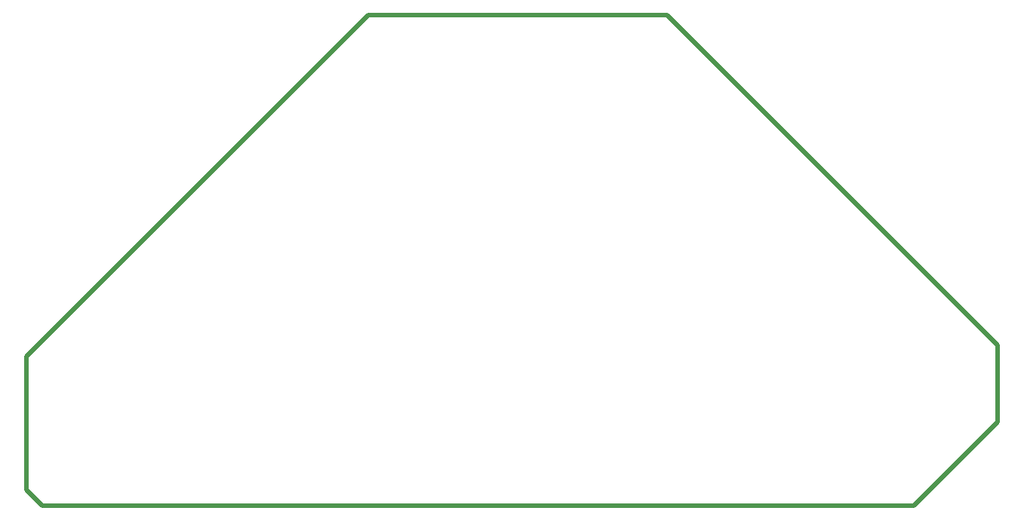
<source format=gbr>
G04 start of page 4 for group 2 idx 2 *
G04 Title: (unknown), outline *
G04 Creator: pcb 20110918 *
G04 CreationDate: Sun 16 Mar 2014 12:10:26 AM GMT UTC *
G04 For: tyrian *
G04 Format: Gerber/RS-274X *
G04 PCB-Dimensions: 800000 800000 *
G04 PCB-Coordinate-Origin: lower left *
%MOIN*%
%FSLAX25Y25*%
%LNOUTLINE*%
%ADD41C,0.0200*%
G54D41*X606000Y555000D02*Y521000D01*
X460000Y701000D02*X606000Y555000D01*
Y521000D02*X569000Y484000D01*
X184000D01*
X177000Y550000D02*Y491000D01*
X184000Y484000D01*
X177000Y550000D02*X328000Y701000D01*
X460000D01*
M02*

</source>
